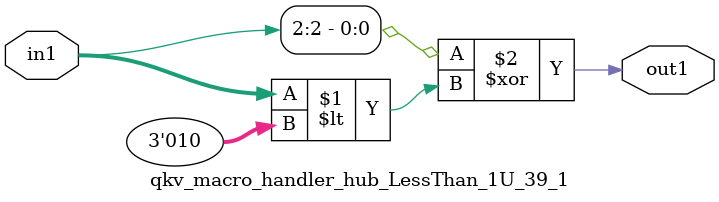
<source format=v>

`timescale 1ps / 1ps


module qkv_macro_handler_hub_LessThan_1U_39_1( in1, out1 );

    input [2:0] in1;
    output out1;

    
    // rtl_process:qkv_macro_handler_hub_LessThan_1U_39_1/qkv_macro_handler_hub_LessThan_1U_39_1_thread_1
    assign out1 = (in1[2] ^ in1 < 3'd2);

endmodule



</source>
